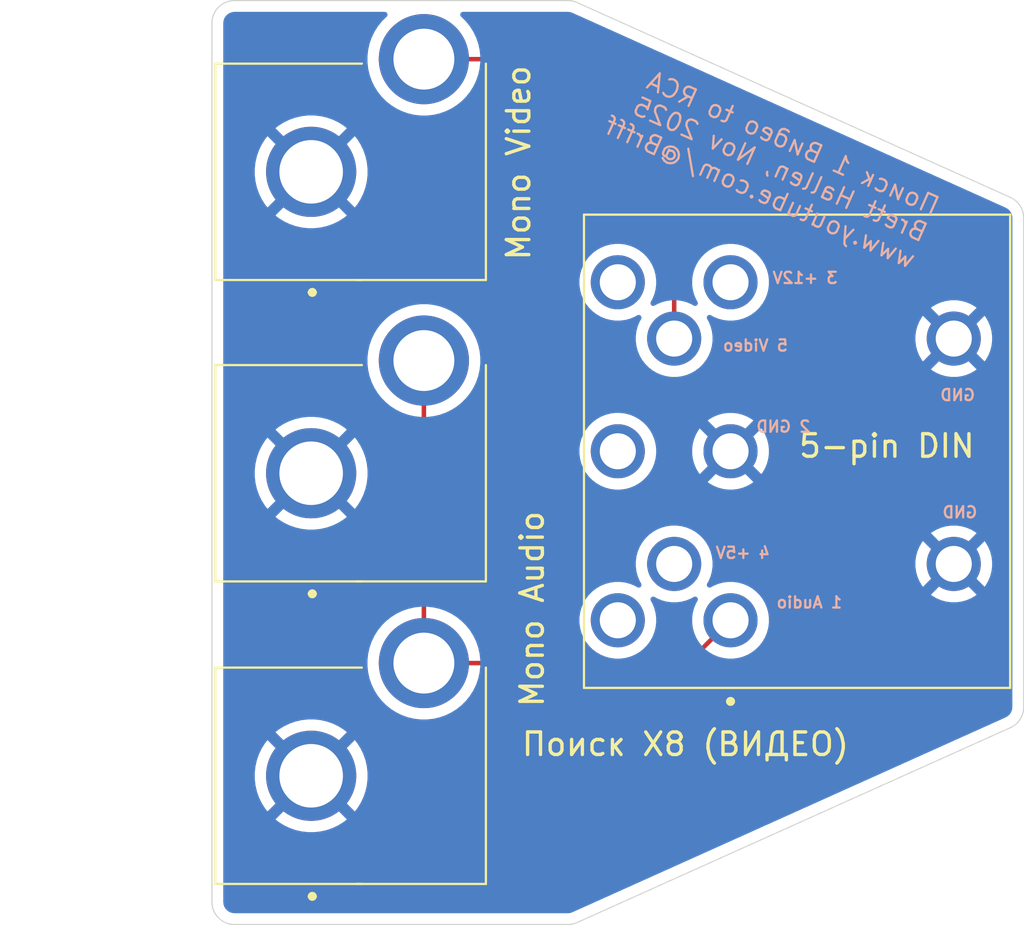
<source format=kicad_pcb>
(kicad_pcb (version 20241229) (generator "pcbnew") (generator_version "9.0")
  (title_block (title "Поиск 1 Monochrome Video DIN to RCA") (date "20/NOV/2025") (rev "A") (company "Brett Hallen") (comment 1 "www.youtube.com/@Brfff"))
  (layers (0 "F.Cu" signal) (2 "B.Cu" signal) (13 "F.Paste" user) (15 "B.Paste" user) (5 "F.SilkS" user "F.Silkscreen") (7 "B.SilkS" user "B.Silkscreen") (1 "F.Mask" user) (3 "B.Mask" user) (25 "Edge.Cuts" user))
  (net 0 "")
  (net 4 "VIDEO")
  (net 5 "GND")
  (net 6 "AUDIO")
  (footprint "Clueless_Engineer:FC68371" (layer "F.Cu") (at 120.496387 123.025)
    (property "Reference" "J3" (hide yes))
    (property "Value" "Audio (L)" (hide yes))
    (fp_line (start -4.25 -4.8) (end -4.25 4.8) (stroke (width 0.1)) (layer "F.SilkS"))
    (fp_line (start -4.25 4.8) (end 2.25 4.8) (stroke (width 0.1)) (layer "F.SilkS"))
    (fp_line (start -0.05 5.35) (end -0.05 5.35) (stroke (width 0.2)) (layer "F.SilkS"))
    (fp_line (start 0.15 5.35) (end 0.15 5.35) (stroke (width 0.2)) (layer "F.SilkS"))
    (fp_line (start 2.25 -4.8) (end -4.25 -4.8) (stroke (width 0.1)) (layer "F.SilkS"))
    (fp_line (start 7.75 -4.8) (end 7.75 4.8) (stroke (width 0.1)) (layer "F.SilkS"))
    (fp_line (start 7.75 4.8) (end 2 4.8) (stroke (width 0.1)) (layer "F.SilkS"))
    (fp_arc (start -0.05 5.35) (mid 0.05 5.25) (end 0.15 5.35) (stroke (width 0.2)) (layer "F.SilkS"))
    (fp_arc (start 0.15 5.35) (mid 0.05 5.45) (end -0.05 5.35) (stroke (width 0.2)) (layer "F.SilkS"))
    (pad "1" thru_hole circle (at 0 0) (size 4 4) (drill 2.818) (layers "*.Cu" "*.Mask") (net 5 "GND"))
    (pad "3" thru_hole circle (at 5 -5) (size 4 4) (drill 2.7) (layers "*.Cu" "*.Mask") (net 6 "AUDIO"))
  )
  (footprint "Clueless_Engineer:FC68371" (layer "F.Cu") (at 120.496387 109.65)
    (property "Reference" "J2" (hide yes))
    (property "Value" "Video" (hide yes))
    (fp_line (start -4.25 -4.8) (end -4.25 4.8) (stroke (width 0.1)) (layer "F.SilkS"))
    (fp_line (start -4.25 4.8) (end 2.25 4.8) (stroke (width 0.1)) (layer "F.SilkS"))
    (fp_line (start -0.05 5.35) (end -0.05 5.35) (stroke (width 0.2)) (layer "F.SilkS"))
    (fp_line (start 0.15 5.35) (end 0.15 5.35) (stroke (width 0.2)) (layer "F.SilkS"))
    (fp_line (start 2.25 -4.8) (end -4.25 -4.8) (stroke (width 0.1)) (layer "F.SilkS"))
    (fp_line (start 7.75 -4.8) (end 7.75 4.8) (stroke (width 0.1)) (layer "F.SilkS"))
    (fp_line (start 7.75 4.8) (end 2 4.8) (stroke (width 0.1)) (layer "F.SilkS"))
    (fp_arc (start -0.05 5.35) (mid 0.05 5.25) (end 0.15 5.35) (stroke (width 0.2)) (layer "F.SilkS"))
    (fp_arc (start 0.15 5.35) (mid 0.05 5.45) (end -0.05 5.35) (stroke (width 0.2)) (layer "F.SilkS"))
    (pad "1" thru_hole circle (at 0 0) (size 4 4) (drill 2.818) (layers "*.Cu" "*.Mask") (net 5 "GND"))
    (pad "3" thru_hole circle (at 5 -5) (size 4 4) (drill 2.7) (layers "*.Cu" "*.Mask") (net 4 "VIDEO"))
  )
  (footprint "Clueless_Engineer:6710801" (layer "F.Cu") (at 139.096387 129.55 -90)
    (property "Reference" "J1" (hide yes))
    (property "Value" "Поиск 1 X8 (Видео)" (hide yes))
    (fp_line (start -18 6.5) (end -18 -12.4) (stroke (width 0.1)) (layer "F.SilkS"))
    (fp_line (start 3 6.5) (end -18 6.5) (stroke (width 0.1)) (layer "F.SilkS"))
    (fp_line (start 3.6 0.1) (end 3.6 0.1) (stroke (width 0.2)) (layer "F.SilkS"))
    (fp_line (start 3.6 -0.1) (end 3.6 -0.1) (stroke (width 0.2)) (layer "F.SilkS"))
    (fp_line (start -18 -12.4) (end 3 -12.4) (stroke (width 0.1)) (layer "F.SilkS"))
    (fp_line (start 3 -12.4) (end 3 6.5) (stroke (width 0.1)) (layer "F.SilkS"))
    (fp_arc (start 3.6 0.1) (mid 3.5 0) (end 3.6 -0.1) (stroke (width 0.2)) (layer "F.SilkS"))
    (fp_arc (start 3.6 -0.1) (mid 3.7 0) (end 3.6 0.1) (stroke (width 0.2)) (layer "F.SilkS"))
    (pad "1" thru_hole circle (at 0 0 270) (size 2.4 2.4) (drill 1.6) (layers "*.Cu" "*.Mask") (net 6 "AUDIO"))
    (pad "2" thru_hole circle (at -7.5 0 270) (size 2.4 2.4) (drill 1.6) (layers "*.Cu" "*.Mask") (net 5 "GND"))
    (pad "3" thru_hole circle (at -15 0 270) (size 2.4 2.4) (drill 1.6) (layers "*.Cu" "*.Mask"))
    (pad "4" thru_hole circle (at -2.5 2.5 270) (size 2.4 2.4) (drill 1.6) (layers "*.Cu" "*.Mask"))
    (pad "5" thru_hole circle (at -12.5 2.5 270) (size 2.4 2.4) (drill 1.6) (layers "*.Cu" "*.Mask") (net 4 "VIDEO"))
    (pad "6" thru_hole circle (at 0 5 270) (size 2.4 2.4) (drill 1.6) (layers "*.Cu" "*.Mask"))
    (pad "7" thru_hole circle (at -15 5 270) (size 2.4 2.4) (drill 1.6) (layers "*.Cu" "*.Mask"))
    (pad "8" thru_hole circle (at -7.5 5 270) (size 2.4 2.4) (drill 1.6) (layers "*.Cu" "*.Mask"))
    (pad "MH1" thru_hole circle (at -2.5 -9.9 270) (size 2.4 2.4) (drill 1.6) (layers "*.Cu" "*.Mask") (net 5 "GND"))
    (pad "MH2" thru_hole circle (at -12.5 -9.9 270) (size 2.4 2.4) (drill 1.6) (layers "*.Cu" "*.Mask") (net 5 "GND"))
  )
  (footprint "Clueless_Engineer:FC68371" (layer "F.Cu") (at 120.496387 136.45)
    (property "Reference" "J4" (hide yes))
    (property "Value" "Audio (R)" (hide yes))
    (fp_line (start -4.25 -4.8) (end -4.25 4.8) (stroke (width 0.1)) (layer "F.SilkS"))
    (fp_line (start -4.25 4.8) (end 2.25 4.8) (stroke (width 0.1)) (layer "F.SilkS"))
    (fp_line (start -0.05 5.35) (end -0.05 5.35) (stroke (width 0.2)) (layer "F.SilkS"))
    (fp_line (start 0.15 5.35) (end 0.15 5.35) (stroke (width 0.2)) (layer "F.SilkS"))
    (fp_line (start 2.25 -4.8) (end -4.25 -4.8) (stroke (width 0.1)) (layer "F.SilkS"))
    (fp_line (start 7.75 -4.8) (end 7.75 4.8) (stroke (width 0.1)) (layer "F.SilkS"))
    (fp_line (start 7.75 4.8) (end 2 4.8) (stroke (width 0.1)) (layer "F.SilkS"))
    (fp_arc (start -0.05 5.35) (mid 0.05 5.25) (end 0.15 5.35) (stroke (width 0.2)) (layer "F.SilkS"))
    (fp_arc (start 0.15 5.35) (mid 0.05 5.45) (end -0.05 5.35) (stroke (width 0.2)) (layer "F.SilkS"))
    (pad "1" thru_hole circle (at 0 0) (size 4 4) (drill 2.818) (layers "*.Cu" "*.Mask") (net 5 "GND"))
    (pad "3" thru_hole circle (at 5 -5) (size 4 4) (drill 2.7) (layers "*.Cu" "*.Mask") (net 6 "AUDIO"))
  )
  (gr_arc (start 116.096387 103.05) (mid 116.38928 102.342893) (end 117.096387 102.05) (stroke (width 0.05)) (layer "Edge.Cuts"))
  (gr_line (start 131.881752 143.05) (end 117.096387 143.05) (stroke (width 0.05)) (layer "Edge.Cuts"))
  (gr_arc (start 131.881752 102.05) (mid 132.09161 102.072258) (end 132.292117 102.138078) (stroke (width 0.05)) (layer "Edge.Cuts"))
  (gr_line (start 151.506752 134.315336) (end 132.292117 142.961922) (stroke (width 0.05)) (layer "Edge.Cuts"))
  (gr_arc (start 152.096387 133.403414) (mid 151.936138 133.946385) (end 151.506752 134.315336) (stroke (width 0.05)) (layer "Edge.Cuts"))
  (gr_arc (start 117.096387 143.05) (mid 116.389289 142.757102) (end 116.096387 142.05) (stroke (width 0.05)) (layer "Edge.Cuts"))
  (gr_arc (start 151.506752 110.784664) (mid 151.93615 111.153611) (end 152.096387 111.696586) (stroke (width 0.05)) (layer "Edge.Cuts"))
  (gr_line (start 117.096387 102.05) (end 131.881752 102.05) (stroke (width 0.05)) (layer "Edge.Cuts"))
  (gr_line (start 152.096387 111.696586) (end 152.096387 133.403414) (stroke (width 0.05)) (layer "Edge.Cuts"))
  (gr_line (start 132.292117 102.138078) (end 151.506752 110.784664) (stroke (width 0.05)) (layer "Edge.Cuts"))
  (gr_arc (start 132.292117 142.961922) (mid 132.091609 143.027743) (end 131.881752 143.05) (stroke (width 0.05)) (layer "Edge.Cuts"))
  (gr_line (start 116.096387 142.05) (end 116.096387 103.05) (stroke (width 0.05)) (layer "Edge.Cuts"))
  (gr_text "Mono Audio" (at 130.296387 129.05 90) (layer "F.SilkS") (effects (font (size 1 1))))
  (gr_text "5-pin DIN" (at 142.046387 122.4 0) (layer "F.SilkS") (effects (font (size 1 1)) (justify left bottom)))
  (gr_text "Поиск Х8 (ВИДЕО)" (at 137.096387 135.05 0) (layer "F.SilkS") (effects (font (size 1 1))))
  (gr_text "Mono Video" (at 129.696387 109.25 90) (layer "F.SilkS") (effects (font (size 1 1))))
  (gr_text "3 +12V" (at 143.896387 114.65 0) (layer "B.SilkS") (effects (font (size 0.5 0.5) (thickness 0.1) (bold yes)) (justify left bottom mirror)))
  (gr_text "Поиск 1 Видео to RCA\nBrett Hallen, Nov 2025\nwww.youtube.com/@Brfff" (at 147.096387 114.05 336) (layer "B.SilkS") (effects (font (size 0.8 0.8) (thickness 0.1)) (justify left bottom mirror)))
  (gr_text "GND" (at 149.996387 119.85 0) (layer "B.SilkS") (effects (font (size 0.5 0.5) (thickness 0.1) (bold yes)) (justify left bottom mirror)))
  (gr_text "1 Audio" (at 144.096387 129.05 0) (layer "B.SilkS") (effects (font (size 0.5 0.5) (thickness 0.1) (bold yes)) (justify left bottom mirror)))
  (gr_text "4 +5V" (at 140.896387 126.85 0) (layer "B.SilkS") (effects (font (size 0.5 0.5) (thickness 0.1) (bold yes)) (justify left bottom mirror)))
  (gr_text "2 GND" (at 142.696387 121.25 0) (layer "B.SilkS") (effects (font (size 0.5 0.5) (thickness 0.1) (bold yes)) (justify left bottom mirror)))
  (gr_text "GND" (at 150.096387 125.05 0) (layer "B.SilkS") (effects (font (size 0.5 0.5) (thickness 0.1) (bold yes)) (justify left bottom mirror)))
  (gr_text "5 Video" (at 141.696387 117.65 0) (layer "B.SilkS") (effects (font (size 0.5 0.5) (thickness 0.1) (bold yes)) (justify left bottom mirror)))
  (segment (start 125.496387 104.65) (end 128.324814 104.65) (width 0.2) (layer "F.Cu") (net 4))
  (segment (start 136.596387 112.921573) (end 136.596387 117.05) (width 0.2) (layer "F.Cu") (net 4))
  (segment (start 128.324814 104.65) (end 136.596387 112.921573) (width 0.2) (layer "F.Cu") (net 4))
  (segment (start 125.496387 131.45) (end 125.496387 118.025) (width 0.2) (layer "F.Cu") (net 6))
  (segment (start 139.096387 129.55) (end 137.196387 131.45) (width 0.2) (layer "F.Cu") (net 6))
  (segment (start 137.196387 131.45) (end 125.496387 131.45) (width 0.2) (layer "F.Cu") (net 6))
  (zone (net 5) (net_name "GND") (layer "B.Cu") (connect_pads (clearance 0.5)) (min_thickness 0.25) (fill yes (thermal_gap 0.5) (thermal_bridge_width 0.5))
    (polygon (pts (xy 116.096387 102.05) (xy 132.096387 102.05) (xy 152.096387 111.05) (xy 152.096387 134.05) (xy 132.096387 143.05) (xy 116.096387 143.05)))
  )
)
</source>
